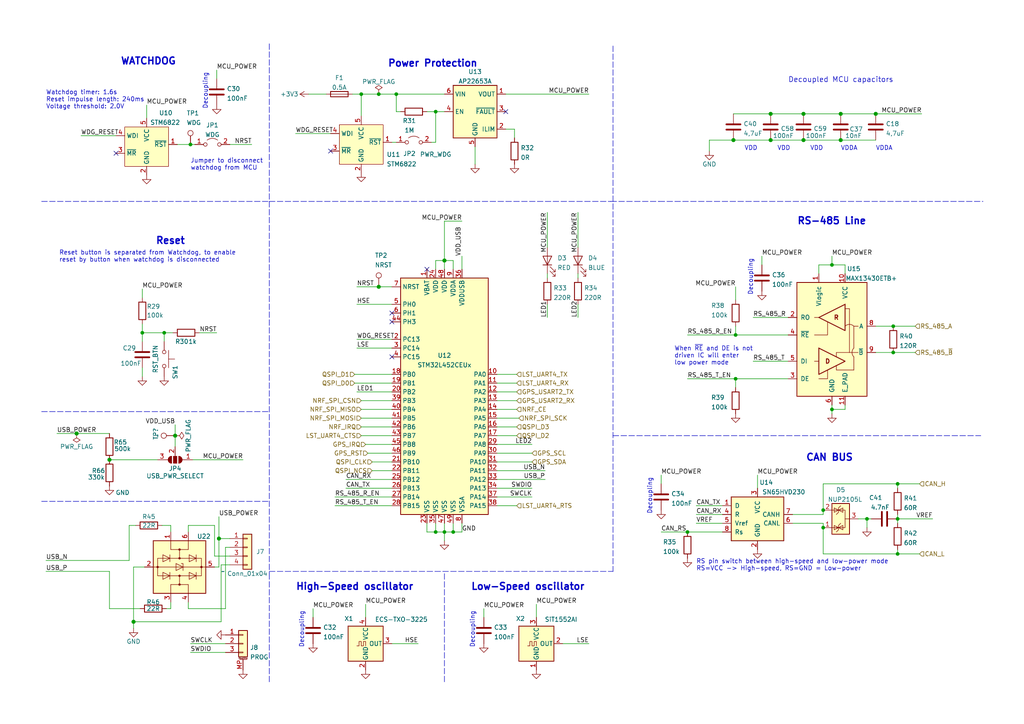
<source format=kicad_sch>
(kicad_sch (version 20211123) (generator eeschema)
  (paper "A4")
  (lib_symbols
    (symbol "Connector:TestPoint" (pin_numbers hide) (pin_names (offset 0.762) hide)
      (property "Reference" "TP" (at 0 6.858 0))
      (property "Value" "TestPoint" (at 0 5.08 0))
      (symbol "TestPoint_1_1"
        (pin passive line (at 0 0 90) (length 2.54) (name "1") (number "1"))
      )
    )
    (symbol "Connector_Generic:Conn_01x04" (pin_names (offset 1.016) hide)
      (property "Reference" "J" (at 0 5.08 0))
      (property "Value" "Conn_01x04" (at 0 -7.62 0))
      (symbol "Conn_01x04_1_1"
        (pin passive line (at -5.08 2.54 0) (length 3.81) (name "Pin_1") (number "1"))
        (pin passive line (at -5.08 0 0) (length 3.81) (name "Pin_2") (number "2"))
        (pin passive line (at -5.08 -2.54 0) (length 3.81) (name "Pin_3") (number "3"))
        (pin passive line (at -5.08 -5.08 0) (length 3.81) (name "Pin_4") (number "4"))
      )
    )
    (symbol "Connector_Generic_MountingPin:Conn_01x03_MountingPin" (pin_names (offset 1.016) hide)
      (property "Reference" "J" (at 0 5.08 0))
      (property "Value" "Conn_01x03_MountingPin" (at 1.27 -5.08 0))
      (symbol "Conn_01x03_MountingPin_1_1"
        (text "Mounting" (at 0 -4.191 0) (effects (font (size 0.381 0.381))))
        (pin passive line (at -5.08 2.54 0) (length 3.81) (name "Pin_1") (number "1"))
        (pin passive line (at -5.08 0 0) (length 3.81) (name "Pin_2") (number "2"))
        (pin passive line (at -5.08 -2.54 0) (length 3.81) (name "Pin_3") (number "3"))
        (pin passive line (at 0 -7.62 90) (length 3.048) (name "MountPin") (number "MP"))
      )
    )
    (symbol "Device:C" (pin_numbers hide) (pin_names (offset 0.254))
      (property "Reference" "C" (at 0.635 2.54 0))
      (property "Value" "C" (at 0.635 -2.54 0))
      (symbol "C_1_1"
        (pin passive line (at 0 3.81 270) (length 2.794) (name "~") (number "1"))
        (pin passive line (at 0 -3.81 90) (length 2.794) (name "~") (number "2"))
      )
    )
    (symbol "Device:Fuse" (pin_numbers hide) (pin_names (offset 0))
      (property "Reference" "F" (at 2.032 0 90))
      (property "Value" "Fuse" (at -1.905 0 90))
      (symbol "Fuse_1_1"
        (pin passive line (at 0 3.81 270) (length 1.27) (name "~") (number "1"))
        (pin passive line (at 0 -3.81 90) (length 1.27) (name "~") (number "2"))
      )
    )
    (symbol "Device:LED" (pin_numbers hide) (pin_names (offset 1.016) hide)
      (property "Reference" "D" (at 0 2.54 0))
      (property "Value" "LED" (at 0 -2.54 0))
      (symbol "LED_1_1"
        (pin passive line (at -3.81 0 0) (length 2.54) (name "K") (number "1"))
        (pin passive line (at 3.81 0 180) (length 2.54) (name "A") (number "2"))
      )
    )
    (symbol "Device:R" (pin_numbers hide) (pin_names (offset 0))
      (property "Reference" "R" (at 2.032 0 90))
      (property "Value" "R" (at 0 0 90))
      (symbol "R_1_1"
        (pin passive line (at 0 3.81 270) (length 1.27) (name "~") (number "1"))
        (pin passive line (at 0 -3.81 90) (length 1.27) (name "~") (number "2"))
      )
    )
    (symbol "Interface_CAN_LIN:SN65HVD230" (pin_names (offset 1.016))
      (property "Reference" "U" (at -2.54 10.16 0))
      (property "Value" "SN65HVD230" (at -2.54 7.62 0))
      (symbol "SN65HVD230_1_1"
        (pin input line (at -10.16 2.54 0) (length 2.54) (name "D") (number "1"))
        (pin power_in line (at 0 -10.16 90) (length 2.54) (name "GND") (number "2"))
        (pin power_in line (at 0 7.62 270) (length 2.54) (name "VCC") (number "3"))
        (pin output line (at -10.16 0 0) (length 2.54) (name "R") (number "4"))
        (pin output line (at -10.16 -2.54 0) (length 2.54) (name "Vref") (number "5"))
        (pin bidirectional line (at 10.16 -2.54 180) (length 2.54) (name "CANL") (number "6"))
        (pin bidirectional line (at 10.16 0 180) (length 2.54) (name "CANH") (number "7"))
        (pin input line (at -10.16 -5.08 0) (length 2.54) (name "Rs") (number "8"))
      )
    )
    (symbol "Jumper:Jumper_2_Open" (pin_names (offset 0) hide)
      (property "Reference" "JP" (at 0 2.794 0))
      (property "Value" "Jumper_2_Open" (at 0 -2.286 0))
      (symbol "Jumper_2_Open_1_1"
        (pin passive line (at -5.08 0 0) (length 2.54) (name "A") (number "1"))
        (pin passive line (at 5.08 0 180) (length 2.54) (name "B") (number "2"))
      )
    )
    (symbol "Jumper:SolderJumper_3_Open" (pin_names (offset 0) hide)
      (property "Reference" "JP" (at -2.54 -2.54 0))
      (property "Value" "SolderJumper_3_Open" (at 0 2.794 0))
      (symbol "SolderJumper_3_Open_1_1"
        (pin passive line (at -5.08 0 0) (length 2.54) (name "A") (number "1"))
        (pin input line (at 0 -3.81 90) (length 2.54) (name "C") (number "2"))
        (pin passive line (at 5.08 0 180) (length 2.54) (name "B") (number "3"))
      )
    )
    (symbol "MCU_ST_STM32L4:STM32L452CEUx"
      (property "Reference" "U" (at -12.7 34.29 0))
      (property "Value" "STM32L452CEUx" (at 7.62 34.29 0))
      (symbol "STM32L452CEUx_1_1"
        (pin power_in line (at -5.08 35.56 270) (length 2.54) (name "VBAT") (number "1"))
        (pin bidirectional line (at 15.24 5.08 180) (length 2.54) (name "PA0") (number "10"))
        (pin bidirectional line (at 15.24 2.54 180) (length 2.54) (name "PA1") (number "11"))
        (pin bidirectional line (at 15.24 0 180) (length 2.54) (name "PA2") (number "12"))
        (pin bidirectional line (at 15.24 -2.54 180) (length 2.54) (name "PA3") (number "13"))
        (pin bidirectional line (at 15.24 -5.08 180) (length 2.54) (name "PA4") (number "14"))
        (pin bidirectional line (at 15.24 -7.62 180) (length 2.54) (name "PA5") (number "15"))
        (pin bidirectional line (at 15.24 -10.16 180) (length 2.54) (name "PA6") (number "16"))
        (pin bidirectional line (at 15.24 -12.7 180) (length 2.54) (name "PA7") (number "17"))
        (pin bidirectional line (at -15.24 5.08 0) (length 2.54) (name "PB0") (number "18"))
        (pin bidirectional line (at -15.24 2.54 0) (length 2.54) (name "PB1") (number "19"))
        (pin bidirectional line (at -15.24 15.24 0) (length 2.54) (name "PC13") (number "2"))
        (pin bidirectional line (at -15.24 0 0) (length 2.54) (name "PB2") (number "20"))
        (pin bidirectional line (at -15.24 -20.32 0) (length 2.54) (name "PB10") (number "21"))
        (pin bidirectional line (at -15.24 -22.86 0) (length 2.54) (name "PB11") (number "22"))
        (pin power_in line (at -5.08 -38.1 90) (length 2.54) (name "VSS") (number "23"))
        (pin power_in line (at -2.54 35.56 270) (length 2.54) (name "VDD") (number "24"))
        (pin bidirectional line (at -15.24 -25.4 0) (length 2.54) (name "PB12") (number "25"))
        (pin bidirectional line (at -15.24 -27.94 0) (length 2.54) (name "PB13") (number "26"))
        (pin bidirectional line (at -15.24 -30.48 0) (length 2.54) (name "PB14") (number "27"))
        (pin bidirectional line (at -15.24 -33.02 0) (length 2.54) (name "PB15") (number "28"))
        (pin bidirectional line (at 15.24 -15.24 180) (length 2.54) (name "PA8") (number "29"))
        (pin bidirectional line (at -15.24 12.7 0) (length 2.54) (name "PC14") (number "3"))
        (pin bidirectional line (at 15.24 -17.78 180) (length 2.54) (name "PA9") (number "30"))
        (pin bidirectional line (at 15.24 -20.32 180) (length 2.54) (name "PA10") (number "31"))
        (pin bidirectional line (at 15.24 -22.86 180) (length 2.54) (name "PA11") (number "32"))
        (pin bidirectional line (at 15.24 -25.4 180) (length 2.54) (name "PA12") (number "33"))
        (pin bidirectional line (at 15.24 -27.94 180) (length 2.54) (name "PA13") (number "34"))
        (pin power_in line (at -2.54 -38.1 90) (length 2.54) (name "VSS") (number "35"))
        (pin power_in line (at 5.08 35.56 270) (length 2.54) (name "VDDUSB") (number "36"))
        (pin bidirectional line (at 15.24 -30.48 180) (length 2.54) (name "PA14") (number "37"))
        (pin bidirectional line (at 15.24 -33.02 180) (length 2.54) (name "PA15") (number "38"))
        (pin bidirectional line (at -15.24 -2.54 0) (length 2.54) (name "PB3") (number "39"))
        (pin bidirectional line (at -15.24 10.16 0) (length 2.54) (name "PC15") (number "4"))
        (pin bidirectional line (at -15.24 -5.08 0) (length 2.54) (name "PB4") (number "40"))
        (pin bidirectional line (at -15.24 -7.62 0) (length 2.54) (name "PB5") (number "41"))
        (pin bidirectional line (at -15.24 -10.16 0) (length 2.54) (name "PB6") (number "42"))
        (pin bidirectional line (at -15.24 -12.7 0) (length 2.54) (name "PB7") (number "43"))
        (pin bidirectional line (at -15.24 20.32 0) (length 2.54) (name "PH3") (number "44"))
        (pin bidirectional line (at -15.24 -15.24 0) (length 2.54) (name "PB8") (number "45"))
        (pin bidirectional line (at -15.24 -17.78 0) (length 2.54) (name "PB9") (number "46"))
        (pin power_in line (at 0 -38.1 90) (length 2.54) (name "VSS") (number "47"))
        (pin power_in line (at 0 35.56 270) (length 2.54) (name "VDD") (number "48"))
        (pin power_in line (at 2.54 -38.1 90) (length 2.54) (name "VSS") (number "49"))
        (pin input line (at -15.24 25.4 0) (length 2.54) (name "PH0") (number "5"))
        (pin input line (at -15.24 22.86 0) (length 2.54) (name "PH1") (number "6"))
        (pin input line (at -15.24 30.48 0) (length 2.54) (name "NRST") (number "7"))
        (pin power_in line (at 5.08 -38.1 90) (length 2.54) (name "VSSA") (number "8"))
        (pin power_in line (at 2.54 35.56 270) (length 2.54) (name "VDDA") (number "9"))
      )
    )
    (symbol "Power_Protection:NUP2105L" (pin_names hide)
      (property "Reference" "D" (at 5.715 2.54 0))
      (property "Value" "NUP2105L" (at 5.715 0.635 0))
      (symbol "NUP2105L_0_0"
        (pin passive line (at 0 -5.08 90) (length 2.54) (name "A") (number "3"))
      )
      (symbol "NUP2105L_1_1"
        (pin passive line (at -2.54 5.08 270) (length 2.54) (name "K") (number "1"))
        (pin passive line (at 2.54 5.08 270) (length 2.54) (name "K") (number "2"))
      )
    )
    (symbol "Power_Protection:USBLC6-2P6" (pin_names hide)
      (property "Reference" "U" (at 2.54 8.89 0))
      (property "Value" "USBLC6-2P6" (at 2.54 -8.89 0))
      (symbol "USBLC6-2P6_1_1"
        (pin passive line (at -10.16 -2.54 0) (length 2.54) (name "I/O1") (number "1"))
        (pin passive line (at 0 -10.16 90) (length 2.54) (name "GND") (number "2"))
        (pin passive line (at 10.16 -2.54 180) (length 2.54) (name "I/O2") (number "3"))
        (pin passive line (at 10.16 2.54 180) (length 2.54) (name "I/O2") (number "4"))
        (pin passive line (at 0 10.16 270) (length 2.54) (name "VBUS") (number "5"))
        (pin passive line (at -10.16 2.54 0) (length 2.54) (name "I/O1") (number "6"))
      )
    )
    (symbol "Switch:SW_Push" (pin_numbers hide) (pin_names (offset 1.016) hide)
      (property "Reference" "SW" (at 1.27 2.54 0))
      (property "Value" "SW_Push" (at 0 -1.524 0))
      (symbol "SW_Push_0_1"
        (pin passive line (at -5.08 0 0) (length 2.54) (name "1") (number "1"))
        (pin passive line (at 5.08 0 180) (length 2.54) (name "2") (number "2"))
      )
    )
    (symbol "TCY_IC:MAX13430ETB+" (pin_names (offset 1.016))
      (property "Reference" "U" (at -10.16 19.05 0))
      (property "Value" "MAX13430ETB+" (at 5.08 19.05 0))
      (symbol "MAX13430ETB+_0_0"
        (text "D" (at -1.27 -5.08 0) (effects (font (size 1.27 1.27) bold)))
        (text "R" (at 1.27 7.62 0) (effects (font (size 1.27 1.27) bold)))
      )
      (symbol "MAX13430ETB+_1_1"
        (pin power_in line (at -3.81 20.32 270) (length 2.54) (name "Vlogic") (number "1"))
        (pin power_in line (at 3.81 20.32 270) (length 2.54) (name "VCC") (number "10"))
        (pin power_in line (at 3.81 -17.78 90) (length 2.54) (name "E_PAD") (number "11"))
        (pin output line (at -12.7 7.62 0) (length 2.54) (name "RO") (number "2"))
        (pin input line (at -12.7 -10.16 0) (length 2.54) (name "DE") (number "3"))
        (pin input line (at -12.7 2.54 0) (length 2.54) (name "~{RE}") (number "4"))
        (pin input line (at -12.7 -5.08 0) (length 2.54) (name "DI") (number "5"))
        (pin power_in line (at 0 -17.78 90) (length 2.54) (name "GND") (number "6"))
        (pin no_connect line (at 10.16 1.27 180) (length 2.54) hide (name "NC") (number "7"))
        (pin input line (at 12.7 5.08 180) (length 2.54) (name "A") (number "8"))
        (pin input line (at 12.7 -2.54 180) (length 2.54) (name "~{B}") (number "9"))
      )
    )
    (symbol "TCY_IC:STM6822"
      (property "Reference" "U" (at 6.35 13.97 0))
      (property "Value" "STM6822" (at 6.35 16.51 0))
      (symbol "STM6822_1_1"
        (pin open_collector line (at 8.89 6.35 180) (length 2.54) (name "~{RST}") (number "1"))
        (pin passive line (at 0 -2.54 90) (length 2.54) (name "GND") (number "2"))
        (pin input line (at -8.89 3.81 0) (length 2.54) (name "~{MR}") (number "3"))
        (pin input line (at -8.89 8.89 0) (length 2.54) (name "WDI") (number "4"))
        (pin power_in line (at 0 13.97 270) (length 2.54) (name "VCC") (number "5"))
      )
    )
    (symbol "TCY_ocillators:ECS-TXO-3225" (pin_names (offset 0.254))
      (property "Reference" "X" (at -6.35 6.35 0))
      (property "Value" "ECS-TXO-3225" (at 1.27 6.35 0))
      (symbol "ECS-TXO-3225_1_1"
        (pin no_connect line (at -7.62 0 0) (length 2.54) hide (name "NC") (number "1"))
        (pin power_in line (at 0 -7.62 90) (length 2.54) (name "GND") (number "2"))
        (pin output line (at 7.62 0 180) (length 2.54) (name "OUT") (number "3"))
        (pin power_in line (at 0 7.62 270) (length 2.54) (name "VCC") (number "4"))
      )
    )
    (symbol "TCY_ocillators:SiT1552AI" (pin_names (offset 0.254))
      (property "Reference" "X" (at -6.35 6.35 0))
      (property "Value" "SiT1552AI" (at 1.27 6.35 0))
      (symbol "SiT1552AI_1_1"
        (pin power_in line (at 0 -7.62 90) (length 2.54) (name "GND") (number "1"))
        (pin output line (at 7.62 0 180) (length 2.54) (name "OUT") (number "2"))
        (pin power_in line (at 0 7.62 270) (length 2.54) (name "VCC") (number "3"))
        (pin power_in line (at 0 -7.62 90) (length 2.54) hide (name "GND") (number "4"))
      )
    )
    (symbol "TCY_power_management:AP22653"
      (property "Reference" "U" (at 8.89 7.62 0))
      (property "Value" "AP22653" (at 0 7.62 0))
      (symbol "AP22653_1_1"
        (pin power_out line (at 8.89 2.54 180) (length 2.54) (name "VOUT") (number "1"))
        (pin passive line (at 8.89 -7.62 180) (length 2.54) (name "ILIM") (number "2"))
        (pin output line (at 8.89 -2.54 180) (length 2.54) (name "~{FAULT}") (number "3"))
        (pin input line (at -8.89 -2.54 0) (length 2.54) (name "EN") (number "4"))
        (pin passive line (at 0 -12.7 90) (length 2.54) (name "GND") (number "5"))
        (pin power_in line (at -8.89 2.54 0) (length 2.54) (name "VIN") (number "6"))
        (pin passive line (at 0 -12.7 90) (length 2.54) hide (name "E_PAD") (number "7"))
      )
    )
    (symbol "power:+3V3" (power) (pin_names (offset 0))
      (property "Value" "+3V3" (at 0 3.556 0))
      (symbol "+3V3_1_1"
        (pin power_in line (at 0 0 90) (length 0) hide (name "+3V3") (number "1"))
      )
    )
    (symbol "power:GND" (power) (pin_names (offset 0))
      (property "Value" "GND" (at 0 -3.81 0))
      (symbol "GND_1_1"
        (pin power_in line (at 0 0 270) (length 0) hide (name "GND") (number "1"))
      )
    )
    (symbol "power:PWR_FLAG" (power) (pin_numbers hide) (pin_names (offset 0) hide)
      (property "Value" "PWR_FLAG" (at 0 3.81 0))
      (symbol "PWR_FLAG_0_0"
        (pin power_out line (at 0 0 90) (length 0) (name "pwr") (number "1"))
      )
    )
  )
  (junction (at 241.3 118.745) (diameter 0.9144))
  (junction (at 254 33.02) (diameter 1.016))
  (junction (at 38.735 180.34) (diameter 1.016))
  (junction (at 241.3 76.835) (diameter 0.9144))
  (junction (at 22.225 125.73) (diameter 1.016))
  (junction (at 260.35 150.495) (diameter 0.9144))
  (junction (at 251.46 150.495) (diameter 0.9144))
  (junction (at 238.76 153.035) (diameter 0.9144))
  (junction (at 223.52 33.02) (diameter 1.016))
  (junction (at 128.905 154.305) (diameter 0.9144))
  (junction (at 47.625 96.52) (diameter 0.9144))
  (junction (at 126.365 32.385) (diameter 0.9144))
  (junction (at 109.855 27.305) (diameter 0.9144))
  (junction (at 212.725 40.64) (diameter 1.016))
  (junction (at 126.365 154.305) (diameter 0.9144))
  (junction (at 104.775 27.305) (diameter 0.9144))
  (junction (at 260.35 160.655) (diameter 0.9144))
  (junction (at 50.8 126.365) (diameter 1.016))
  (junction (at 63.5 156.21) (diameter 1.016))
  (junction (at 243.84 33.02) (diameter 1.016))
  (junction (at 259.08 94.615) (diameter 0.9144))
  (junction (at 233.045 40.64) (diameter 1.016))
  (junction (at 233.045 33.02) (diameter 1.016))
  (junction (at 213.36 97.155) (diameter 0.9144))
  (junction (at 114.935 27.305) (diameter 0.9144))
  (junction (at 223.52 40.64) (diameter 1.016))
  (junction (at 238.76 147.955) (diameter 0.9144))
  (junction (at 31.75 133.35) (diameter 1.016))
  (junction (at 131.445 154.305) (diameter 0.9144))
  (junction (at 109.855 83.185) (diameter 1.016))
  (junction (at 260.35 140.335) (diameter 0.9144))
  (junction (at 259.08 102.235) (diameter 0.9144))
  (junction (at 55.245 41.91) (diameter 0.9144))
  (junction (at 199.39 154.305) (diameter 0.9144))
  (junction (at 243.84 40.64) (diameter 1.016))
  (junction (at 128.905 75.565) (diameter 1.016))
  (junction (at 213.36 109.855) (diameter 0.9144))
  (junction (at 41.275 96.52) (diameter 0.9144))
  (no_connect (at 95.885 43.815))
  (no_connect (at 146.685 32.385))
  (no_connect (at 33.655 44.45))
  (no_connect (at 113.665 103.505))
  (no_connect (at 113.665 90.805))
  (no_connect (at 113.665 93.345))
  (no_connect (at 123.825 78.105))
  (wire (pts (xy 144.145 128.905) (xy 154.305 128.905)))
  (wire (pts (xy 213.36 94.615) (xy 213.36 97.155)))
  (wire (pts (xy 47.625 96.52) (xy 50.165 96.52)))
  (wire (pts (xy 89.535 27.305) (xy 94.615 27.305)))
  (wire (pts (xy 102.87 111.125) (xy 113.665 111.125)))
  (wire (pts (xy 241.3 76.835) (xy 241.3 74.295)))
  (wire (pts (xy 260.35 140.335) (xy 238.76 140.335)))
  (polyline (pts (xy 78.105 58.42) (xy 177.165 58.42)) (stroke (width 0) (type dash)))
  (wire (pts (xy 50.8 123.19) (xy 50.8 126.365)))
  (wire (pts (xy 50.8 126.365) (xy 50.8 129.54)))
  (wire (pts (xy 103.505 88.265) (xy 113.665 88.265)))
  (wire (pts (xy 259.08 94.615) (xy 265.43 94.615)))
  (wire (pts (xy 123.825 154.305) (xy 123.825 151.765)))
  (wire (pts (xy 229.87 149.225) (xy 238.76 149.225)))
  (polyline (pts (xy 177.8 126.365) (xy 284.48 126.365)) (stroke (width 0) (type dash)))
  (polyline (pts (xy 78.105 166.37) (xy 78.105 198.12)) (stroke (width 0) (type dash)))
  (wire (pts (xy 13.335 165.735) (xy 31.75 165.735)))
  (wire (pts (xy 31.75 165.735) (xy 31.75 176.53)))
  (wire (pts (xy 260.35 159.385) (xy 260.35 160.655)))
  (wire (pts (xy 241.3 117.475) (xy 241.3 118.745)))
  (wire (pts (xy 104.775 118.745) (xy 113.665 118.745)))
  (wire (pts (xy 167.64 88.265) (xy 167.64 92.075)))
  (wire (pts (xy 104.775 116.205) (xy 113.665 116.205)))
  (wire (pts (xy 238.76 149.225) (xy 238.76 147.955)))
  (polyline (pts (xy 12.065 119.38) (xy 78.105 119.38)) (stroke (width 0) (type dash)))
  (wire (pts (xy 42.545 30.48) (xy 42.545 34.29)))
  (wire (pts (xy 201.93 151.765) (xy 209.55 151.765)))
  (wire (pts (xy 113.665 41.275) (xy 114.935 41.275)))
  (wire (pts (xy 144.145 113.665) (xy 149.86 113.665)))
  (wire (pts (xy 31.75 176.53) (xy 40.64 176.53)))
  (polyline (pts (xy 78.105 12.7) (xy 78.105 166.37)) (stroke (width 0) (type dash)))
  (wire (pts (xy 146.685 27.305) (xy 170.815 27.305)))
  (wire (pts (xy 199.39 154.305) (xy 209.55 154.305)))
  (wire (pts (xy 266.7 160.655) (xy 260.35 160.655)))
  (wire (pts (xy 213.36 109.855) (xy 228.6 109.855)))
  (wire (pts (xy 223.52 33.02) (xy 233.045 33.02)))
  (wire (pts (xy 233.045 33.02) (xy 243.84 33.02)))
  (wire (pts (xy 49.53 154.305) (xy 49.53 152.4)))
  (polyline (pts (xy 78.105 165.735) (xy 177.8 165.735)) (stroke (width 0) (type dash)))
  (wire (pts (xy 113.665 113.665) (xy 103.505 113.665)))
  (wire (pts (xy 114.935 27.305) (xy 114.935 32.385)))
  (wire (pts (xy 213.36 97.155) (xy 228.6 97.155)))
  (wire (pts (xy 213.36 83.185) (xy 213.36 86.995)))
  (wire (pts (xy 167.64 79.375) (xy 167.64 80.645)))
  (wire (pts (xy 137.795 42.545) (xy 137.795 47.625)))
  (wire (pts (xy 126.365 32.385) (xy 128.905 32.385)))
  (wire (pts (xy 245.11 76.835) (xy 241.3 76.835)))
  (wire (pts (xy 128.905 64.135) (xy 133.985 64.135)))
  (wire (pts (xy 66.675 41.91) (xy 73.025 41.91)))
  (wire (pts (xy 38.735 180.34) (xy 38.735 164.465)))
  (wire (pts (xy 254 33.02) (xy 267.335 33.02)))
  (wire (pts (xy 212.725 33.02) (xy 223.52 33.02)))
  (wire (pts (xy 163.195 186.69) (xy 170.815 186.69)))
  (polyline (pts (xy 12.065 145.415) (xy 78.105 145.415)) (stroke (width 0) (type dash)))
  (wire (pts (xy 104.775 121.285) (xy 113.665 121.285)))
  (wire (pts (xy 57.785 96.52) (xy 62.865 96.52)))
  (wire (pts (xy 126.365 75.565) (xy 128.905 75.565)))
  (wire (pts (xy 245.11 118.745) (xy 241.3 118.745)))
  (wire (pts (xy 218.44 92.075) (xy 228.6 92.075)))
  (wire (pts (xy 229.87 151.765) (xy 238.76 151.765)))
  (wire (pts (xy 41.275 106.68) (xy 41.275 109.22)))
  (wire (pts (xy 54.61 174.625) (xy 54.61 176.53)))
  (wire (pts (xy 54.61 176.53) (xy 65.405 176.53)))
  (polyline (pts (xy 191.135 58.42) (xy 285.115 58.42)) (stroke (width 0) (type dash)))
  (wire (pts (xy 102.235 27.305) (xy 104.775 27.305)))
  (wire (pts (xy 109.855 83.185) (xy 113.665 83.185)))
  (wire (pts (xy 167.64 61.595) (xy 167.64 71.755)))
  (wire (pts (xy 191.77 137.795) (xy 191.77 140.335)))
  (wire (pts (xy 260.35 150.495) (xy 270.51 150.495)))
  (wire (pts (xy 254 102.235) (xy 259.08 102.235)))
  (wire (pts (xy 144.145 111.125) (xy 149.86 111.125)))
  (wire (pts (xy 131.445 154.305) (xy 133.985 154.305)))
  (wire (pts (xy 65.405 186.69) (xy 55.245 186.69)))
  (polyline (pts (xy 177.165 58.42) (xy 191.135 58.42)) (stroke (width 0) (type dash)))
  (wire (pts (xy 47.625 96.52) (xy 47.625 99.06)))
  (wire (pts (xy 113.665 133.985) (xy 107.95 133.985)))
  (wire (pts (xy 259.08 102.235) (xy 265.43 102.235)))
  (wire (pts (xy 254 94.615) (xy 259.08 94.615)))
  (wire (pts (xy 90.805 176.53) (xy 90.805 179.07)))
  (wire (pts (xy 128.905 75.565) (xy 131.445 75.565)))
  (polyline (pts (xy 12.065 58.42) (xy 78.105 58.42)) (stroke (width 0) (type dash)))
  (wire (pts (xy 248.92 150.495) (xy 251.46 150.495)))
  (wire (pts (xy 144.145 139.065) (xy 158.115 139.065)))
  (wire (pts (xy 128.905 154.305) (xy 131.445 154.305)))
  (wire (pts (xy 233.045 40.64) (xy 243.84 40.64)))
  (wire (pts (xy 243.84 40.64) (xy 254 40.64)))
  (wire (pts (xy 201.93 149.225) (xy 209.55 149.225)))
  (wire (pts (xy 38.735 164.465) (xy 41.91 164.465)))
  (wire (pts (xy 106.045 175.26) (xy 106.045 179.07)))
  (wire (pts (xy 104.775 123.825) (xy 113.665 123.825)))
  (wire (pts (xy 199.39 109.855) (xy 213.36 109.855)))
  (wire (pts (xy 106.045 128.905) (xy 113.665 128.905)))
  (wire (pts (xy 219.71 137.795) (xy 219.71 141.605)))
  (wire (pts (xy 144.145 108.585) (xy 149.86 108.585)))
  (wire (pts (xy 41.275 93.98) (xy 41.275 96.52)))
  (wire (pts (xy 128.905 154.305) (xy 126.365 154.305)))
  (wire (pts (xy 251.46 150.495) (xy 252.73 150.495)))
  (wire (pts (xy 245.11 117.475) (xy 245.11 118.745)))
  (wire (pts (xy 104.775 27.305) (xy 109.855 27.305)))
  (polyline (pts (xy 177.8 13.335) (xy 177.8 165.735)) (stroke (width 0) (type dash)))
  (wire (pts (xy 85.725 38.735) (xy 95.885 38.735)))
  (wire (pts (xy 16.51 125.73) (xy 22.225 125.73)))
  (wire (pts (xy 22.225 125.73) (xy 31.75 125.73)))
  (wire (pts (xy 238.76 151.765) (xy 238.76 153.035)))
  (wire (pts (xy 155.575 175.26) (xy 155.575 179.07)))
  (wire (pts (xy 126.365 154.305) (xy 123.825 154.305)))
  (wire (pts (xy 13.335 162.56) (xy 37.465 162.56)))
  (wire (pts (xy 37.465 152.4) (xy 37.465 162.56)))
  (wire (pts (xy 39.37 152.4) (xy 37.465 152.4)))
  (wire (pts (xy 62.23 164.465) (xy 63.5 164.465)))
  (wire (pts (xy 63.5 149.86) (xy 63.5 156.21)))
  (wire (pts (xy 63.5 156.21) (xy 63.5 164.465)))
  (wire (pts (xy 205.74 40.64) (xy 212.725 40.64)))
  (wire (pts (xy 205.74 43.815) (xy 205.74 40.64)))
  (wire (pts (xy 212.725 40.64) (xy 223.52 40.64)))
  (wire (pts (xy 223.52 40.64) (xy 233.045 40.64)))
  (wire (pts (xy 128.905 151.765) (xy 128.905 154.305)))
  (wire (pts (xy 146.685 37.465) (xy 149.225 37.465)))
  (wire (pts (xy 65.405 158.75) (xy 65.405 176.53)))
  (wire (pts (xy 65.405 158.75) (xy 66.675 158.75)))
  (wire (pts (xy 97.155 144.145) (xy 113.665 144.145)))
  (wire (pts (xy 97.155 146.685) (xy 113.665 146.685)))
  (wire (pts (xy 133.985 154.305) (xy 133.985 151.765)))
  (wire (pts (xy 128.905 156.845) (xy 128.905 154.305)))
  (wire (pts (xy 243.84 33.02) (xy 254 33.02)))
  (wire (pts (xy 126.365 32.385) (xy 126.365 41.275)))
  (wire (pts (xy 133.985 74.295) (xy 133.985 78.105)))
  (wire (pts (xy 213.36 109.855) (xy 213.36 112.395)))
  (wire (pts (xy 106.68 131.445) (xy 113.665 131.445)))
  (wire (pts (xy 51.435 41.91) (xy 55.245 41.91)))
  (wire (pts (xy 144.145 141.605) (xy 154.305 141.605)))
  (wire (pts (xy 102.87 108.585) (xy 113.665 108.585)))
  (polyline (pts (xy 128.905 166.37) (xy 128.905 198.12)) (stroke (width 0) (type dash)))
  (wire (pts (xy 41.275 96.52) (xy 47.625 96.52)))
  (wire (pts (xy 260.35 160.655) (xy 238.76 160.655)))
  (wire (pts (xy 113.665 186.69) (xy 121.285 186.69)))
  (wire (pts (xy 114.935 27.305) (xy 128.905 27.305)))
  (wire (pts (xy 62.865 20.32) (xy 62.865 22.86)))
  (wire (pts (xy 113.665 136.525) (xy 107.95 136.525)))
  (wire (pts (xy 126.365 151.765) (xy 126.365 154.305)))
  (wire (pts (xy 238.76 140.335) (xy 238.76 147.955)))
  (wire (pts (xy 64.135 163.83) (xy 66.675 163.83)))
  (wire (pts (xy 144.145 131.445) (xy 154.305 131.445)))
  (wire (pts (xy 128.905 64.135) (xy 128.905 75.565)))
  (wire (pts (xy 128.905 75.565) (xy 128.905 78.105)))
  (wire (pts (xy 123.825 32.385) (xy 126.365 32.385)))
  (wire (pts (xy 260.35 151.765) (xy 260.35 150.495)))
  (wire (pts (xy 191.77 154.305) (xy 199.39 154.305)))
  (wire (pts (xy 237.49 79.375) (xy 237.49 76.835)))
  (wire (pts (xy 46.99 152.4) (xy 49.53 152.4)))
  (wire (pts (xy 104.775 33.655) (xy 104.775 27.305)))
  (wire (pts (xy 144.145 146.685) (xy 149.86 146.685)))
  (wire (pts (xy 38.735 180.34) (xy 64.135 180.34)))
  (wire (pts (xy 38.735 182.245) (xy 38.735 180.34)))
  (wire (pts (xy 126.365 78.105) (xy 126.365 75.565)))
  (wire (pts (xy 103.505 100.965) (xy 113.665 100.965)))
  (wire (pts (xy 241.3 118.745) (xy 241.3 120.015)))
  (wire (pts (xy 64.135 163.83) (xy 64.135 180.34)))
  (wire (pts (xy 266.7 140.335) (xy 260.35 140.335)))
  (wire (pts (xy 41.275 96.52) (xy 41.275 99.06)))
  (wire (pts (xy 218.44 104.775) (xy 228.6 104.775)))
  (wire (pts (xy 23.495 39.37) (xy 33.655 39.37)))
  (wire (pts (xy 158.75 79.375) (xy 158.75 80.645)))
  (wire (pts (xy 238.76 153.035) (xy 238.76 160.655)))
  (wire (pts (xy 251.46 150.495) (xy 251.46 153.035)))
  (wire (pts (xy 260.35 149.225) (xy 260.35 150.495)))
  (wire (pts (xy 63.5 156.21) (xy 66.675 156.21)))
  (wire (pts (xy 245.11 79.375) (xy 245.11 76.835)))
  (wire (pts (xy 48.26 176.53) (xy 49.53 176.53)))
  (wire (pts (xy 49.53 174.625) (xy 49.53 176.53)))
  (wire (pts (xy 100.33 139.065) (xy 113.665 139.065)))
  (wire (pts (xy 31.75 133.35) (xy 45.72 133.35)))
  (wire (pts (xy 131.445 151.765) (xy 131.445 154.305)))
  (wire (pts (xy 144.145 123.825) (xy 149.86 123.825)))
  (wire (pts (xy 109.855 27.305) (xy 114.935 27.305)))
  (wire (pts (xy 140.335 176.53) (xy 140.335 179.07)))
  (wire (pts (xy 54.61 152.4) (xy 54.61 154.305)))
  (wire (pts (xy 62.23 152.4) (xy 54.61 152.4)))
  (wire (pts (xy 62.23 161.29) (xy 62.23 152.4)))
  (wire (pts (xy 66.675 161.29) (xy 62.23 161.29)))
  (wire (pts (xy 220.98 74.295) (xy 220.98 76.835)))
  (wire (pts (xy 149.225 37.465) (xy 149.225 40.005)))
  (wire (pts (xy 144.145 126.365) (xy 149.86 126.365)))
  (wire (pts (xy 131.445 78.105) (xy 131.445 75.565)))
  (wire (pts (xy 100.33 141.605) (xy 113.665 141.605)))
  (wire (pts (xy 144.145 133.985) (xy 154.305 133.985)))
  (wire (pts (xy 103.505 83.185) (xy 109.855 83.185)))
  (wire (pts (xy 103.505 98.425) (xy 113.665 98.425)))
  (wire (pts (xy 41.275 83.82) (xy 41.275 86.36)))
  (wire (pts (xy 55.88 133.35) (xy 70.485 133.35)))
  (wire (pts (xy 125.095 41.275) (xy 126.365 41.275)))
  (wire (pts (xy 65.405 189.23) (xy 55.245 189.23)))
  (wire (pts (xy 55.245 41.91) (xy 56.515 41.91)))
  (wire (pts (xy 158.75 61.595) (xy 158.75 71.755)))
  (wire (pts (xy 260.35 140.335) (xy 260.35 141.605)))
  (wire (pts (xy 158.75 88.265) (xy 158.75 92.075)))
  (wire (pts (xy 116.205 32.385) (xy 114.935 32.385)))
  (wire (pts (xy 237.49 76.835) (xy 241.3 76.835)))
  (wire (pts (xy 199.39 97.155) (xy 213.36 97.155)))
  (wire (pts (xy 144.145 136.525) (xy 158.115 136.525)))
  (wire (pts (xy 201.93 146.685) (xy 209.55 146.685)))
  (wire (pts (xy 104.775 126.365) (xy 113.665 126.365)))
  (wire (pts (xy 144.145 116.205) (xy 149.86 116.205)))
  (wire (pts (xy 144.145 144.145) (xy 154.305 144.145)))
  (wire (pts (xy 144.145 121.285) (xy 150.495 121.285)))
  (wire (pts (xy 144.145 118.745) (xy 149.86 118.745)))
  (text "Watchdog timer: 1.6s\nReset impulse length: 240ms\nVoltage threshold: 2.0V" (at 13.335 31.75 0) (effects (font (size 1.27 1.27)) (justify left bottom)))
  (text "Jumper to disconnect\nwatchdog from MCU" (at 55.245 49.53 0) (effects (font (size 1.27 1.27)) (justify left bottom)))
  (text "VDDA\n" (at 254 43.815 0) (effects (font (size 1.27 1.27)) (justify left bottom)))
  (text "VDD" (at 215.9 43.815 0) (effects (font (size 1.27 1.27)) (justify left bottom)))
  (text "RS-485 Line" (at 231.14 65.405 0) (effects (font (size 2 2) (thickness 0.4) bold) (justify left bottom)))
  (text "Low-Speed oscillator" (at 136.525 171.45 0) (effects (font (size 2 2) (thickness 0.4) bold) (justify left bottom)))
  (text "Reset" (at 45.085 71.12 0) (effects (font (size 2 2) (thickness 0.4) bold) (justify left bottom)))
  (text "VDD" (at 234.95 43.815 0) (effects (font (size 1.27 1.27)) (justify left bottom)))
  (text "VDDA\n" (at 243.84 43.815 0) (effects (font (size 1.27 1.27)) (justify left bottom)))
  (text "Decoupling" (at 189.23 149.225 90) (effects (font (size 1.27 1.27)) (justify left bottom)))
  (text "Power Protection" (at 112.395 19.685 0) (effects (font (size 2 2) (thickness 0.4) bold) (justify left bottom)))
  (text "Decoupled MCU capacitors" (at 228.6 24.13 0) (effects (font (size 1.5 1.5)) (justify left bottom)))
  (text "High-Speed oscillator" (at 85.725 171.45 0) (effects (font (size 2 2) (thickness 0.4) bold) (justify left bottom)))
  (text "Decoupling" (at 88.265 187.96 90) (effects (font (size 1.27 1.27)) (justify left bottom)))
  (text "VDD" (at 225.425 43.815 0) (effects (font (size 1.27 1.27)) (justify left bottom)))
  (text "WATCHDOG" (at 34.925 19.05 0) (effects (font (size 2 2) (thickness 0.4) bold) (justify left bottom)))
  (text "Decoupling" (at 218.44 85.725 90) (effects (font (size 1.27 1.27)) (justify left bottom)))
  (text "CAN BUS" (at 233.68 133.985 0) (effects (font (size 2 2) (thickness 0.4) bold) (justify left bottom)))
  (text "When ~{RE} and DE is not\ndriven IC will enter\nlow power mode" (at 195.58 106.045 0) (effects (font (size 1.27 1.27)) (justify left bottom)))
  (text "\n\n" (at 224.155 46.355 0) (effects (font (size 1.27 1.27)) (justify left bottom)))
  (text "RS pin switch between high-speed and low-power mode\nRS=VCC -> High-speed, RS=GND = Low-power" (at 201.93 165.735 0) (effects (font (size 1.27 1.27)) (justify left bottom)))
  (text "Reset button is separated from Watchdog, to enable\nreset by button when watchdog is disconnected" (at 17.145 76.2 0) (effects (font (size 1.27 1.27)) (justify left bottom)))
  (text "Decoupling" (at 60.325 31.75 90) (effects (font (size 1.27 1.27)) (justify left bottom)))
  (text "Decoupling" (at 137.795 187.96 90) (effects (font (size 1.27 1.27)) (justify left bottom)))
  (text "\n\n" (at 266.065 45.085 0) (effects (font (size 1.27 1.27)) (justify left bottom)))
  (label "MCU_POWER" (at 106.045 175.26 0))
  (label "SWCLK" (at 55.245 186.69 0))
  (label "LED2" (at 154.305 128.905 180))
  (label "MCU_POWER" (at 42.545 30.48 0))
  (label "GND" (at 133.985 154.305 0))
  (label "CAN_RX" (at 100.33 139.065 0))
  (label "MCU_POWER" (at 90.805 176.53 0))
  (label "CAN_RX" (at 201.93 149.225 0))
  (label "WDG_RESET" (at 103.505 98.425 0))
  (label "CAN_TX" (at 100.33 141.605 0))
  (label "MCU_POWER" (at 170.815 27.305 180))
  (label "NRST" (at 62.865 96.52 180))
  (label "NRST" (at 103.505 83.185 0))
  (label "SWCLK" (at 154.305 144.145 180))
  (label "HSE" (at 121.285 186.69 180))
  (label "VREF" (at 201.93 151.765 0))
  (label "USB_P" (at 158.115 139.065 180))
  (label "VDD_USB" (at 50.8 123.19 180))
  (label "VREF" (at 270.51 150.495 180))
  (label "CAN_TX" (at 201.93 146.685 0))
  (label "USB_N" (at 13.335 162.56 0))
  (label "MCU_POWER" (at 62.865 20.32 0))
  (label "VDD_USB" (at 133.985 74.295 90))
  (label "MCU_POWER" (at 219.71 137.795 0))
  (label "NRST" (at 73.025 41.91 180))
  (label "LED2" (at 167.64 92.075 90))
  (label "WDG_RESET" (at 85.725 38.735 0))
  (label "LED1" (at 103.505 113.665 0))
  (label "RS_485_T" (at 218.44 104.775 0))
  (label "MCU_POWER" (at 191.77 137.795 0))
  (label "SWDIO" (at 154.305 141.605 180))
  (label "USB_POWER" (at 16.51 125.73 0))
  (label "LSE" (at 103.505 100.965 0))
  (label "HSE" (at 103.505 88.265 0))
  (label "MCU_POWER" (at 133.985 64.135 180))
  (label "WDG_RESET" (at 23.495 39.37 0))
  (label "MCU_POWER" (at 140.335 176.53 0))
  (label "RS_485_T_EN" (at 97.155 146.685 0))
  (label "RS_485_R_EN" (at 97.155 144.145 0))
  (label "LED1" (at 158.75 92.075 90))
  (label "MCU_POWER" (at 241.3 74.295 0))
  (label "MCU_POWER" (at 220.98 74.295 0))
  (label "MCU_POWER" (at 70.485 133.35 180))
  (label "MCU_POWER" (at 41.275 83.82 0))
  (label "RS_485_R" (at 218.44 92.075 0))
  (label "MCU_POWER" (at 267.335 33.02 180))
  (label "USB_P" (at 13.335 165.735 0))
  (label "RS_485_T_EN" (at 199.39 109.855 0))
  (label "RS_485_R_EN" (at 199.39 97.155 0))
  (label "USB_POWER" (at 63.5 149.86 0))
  (label "MCU_POWER" (at 158.75 61.595 270))
  (label "USB_N" (at 158.115 136.525 180))
  (label "MCU_POWER" (at 155.575 175.26 0))
  (label "MCU_POWER" (at 167.64 61.595 270))
  (label "MCU_POWER" (at 213.36 83.185 180))
  (label "LSE" (at 170.815 186.69 180))
  (label "CAN_RS" (at 191.77 154.305 0))
  (label "SWDIO" (at 55.245 189.23 0))
  (hierarchical_label "LST_UART4_RTS" (shape input) (at 149.86 146.685 0))
  (hierarchical_label "RS_485_~{B}" (shape input) (at 265.43 102.235 0))
  (hierarchical_label "NRF_SPI_MOSI" (shape input) (at 104.775 121.285 180))
  (hierarchical_label "GPS_IRQ" (shape input) (at 106.045 128.905 180))
  (hierarchical_label "GPS_USART2_RX" (shape input) (at 149.86 116.205 0))
  (hierarchical_label "GPS_SCL" (shape input) (at 154.305 131.445 0))
  (hierarchical_label "RS_485_A" (shape input) (at 265.43 94.615 0))
  (hierarchical_label "CAN_L" (shape input) (at 266.7 160.655 0))
  (hierarchical_label "QSPI_CLK" (shape input) (at 107.95 133.985 180))
  (hierarchical_label "GPS_SDA" (shape input) (at 154.305 133.985 0))
  (hierarchical_label "QSPI_NCS" (shape input) (at 107.95 136.525 180))
  (hierarchical_label "NRF_CE" (shape input) (at 149.86 118.745 0))
  (hierarchical_label "NRF_SPI_MISO" (shape input) (at 104.775 118.745 180))
  (hierarchical_label "CAN_H" (shape input) (at 266.7 140.335 0))
  (hierarchical_label "LST_UART4_RX" (shape input) (at 149.86 111.125 0))
  (hierarchical_label "LST_UART4_CTS" (shape input) (at 104.775 126.365 180))
  (hierarchical_label "LST_UART4_TX" (shape input) (at 149.86 108.585 0))
  (hierarchical_label "NRF_IRQ" (shape input) (at 104.775 123.825 180))
  (hierarchical_label "QSPI_D1" (shape input) (at 102.87 108.585 180))
  (hierarchical_label "QSPI_D2" (shape input) (at 149.86 126.365 0))
  (hierarchical_label "QSPI_D3" (shape input) (at 149.86 123.825 0))
  (hierarchical_label "NRF_SPI_CSN" (shape input) (at 104.775 116.205 180))
  (hierarchical_label "GPS_RST" (shape input) (at 106.68 131.445 180))
  (hierarchical_label "NRF_SPI_SCK" (shape input) (at 150.495 121.285 0))
  (hierarchical_label "QSPI_D0" (shape input) (at 102.87 111.125 180))
  (hierarchical_label "GPS_USART2_TX" (shape input) (at 149.86 113.665 0))
  (symbol (lib_id "TCY_IC:STM6822") (at 42.545 48.26 0) (unit 1)
    (property "Reference" "U10" (at 46.1011 32.7465 0) (effects (justify left)))
    (property "Value" "STM6822" (at 43.5611 35.5216 0) (effects (justify left)))
    (property "Footprint" "Package_TO_SOT_SMD:SOT-23-5" (effects hide))
    (property "Datasheet" "https://www.st.com/resource/en/datasheet/stm6321.pdf" (effects hide))
  )
  (symbol (lib_id "Device:C") (at 41.275 102.87 0) (unit 1)
    (property "Reference" "C29" (at 35.56 100.965 0) (effects (justify left)))
    (property "Value" "100nF" (at 34.925 105.41 0) (effects (justify left)))
    (property "Footprint" "Capacitor_SMD:C_0603_1608Metric" (effects hide))
  )
  (symbol (lib_id "power:GND") (at 42.545 50.8 0) (unit 1)
    (property "Reference" "#PWR0125" (effects hide))
    (property "Value" "GND" (effects hide))
  )
  (symbol (lib_id "power:+3V3") (at 89.535 27.305 90) (unit 1)
    (property "Reference" "#PWR0157" (effects hide))
    (property "Value" "+3V3" (at 81.28 27.3049 90) (effects (justify right)))
  )
  (symbol (lib_id "power:GND") (at 106.045 194.31 0) (unit 1)
    (property "Reference" "#PWR0135" (effects hide))
    (property "Value" "GND" (effects hide))
  )
  (symbol (lib_id "power:GND") (at 47.625 109.22 0) (unit 1)
    (property "Reference" "#PWR0128" (effects hide))
    (property "Value" "GND" (effects hide))
  )
  (symbol (lib_id "Device:R") (at 260.35 155.575 0) (unit 1)
    (property "Reference" "R42" (at 262.1281 154.6665 0) (effects (justify left)))
    (property "Value" "60R" (at 262.1281 157.4416 0) (effects (justify left)))
    (property "Footprint" "Resistor_SMD:R_0603_1608Metric" (effects hide))
  )
  (symbol (lib_id "Device:C") (at 140.335 182.88 0) (unit 1)
    (property "Reference" "C33" (at 143.2561 181.9715 0) (effects (justify left)))
    (property "Value" "100nF" (at 143.2561 184.7466 0) (effects (justify left)))
    (property "Footprint" "Capacitor_SMD:C_0603_1608Metric" (effects hide))
  )
  (symbol (lib_id "Connector:TestPoint") (at 109.855 83.185 0) (unit 1)
    (property "Reference" "TP2" (at 108.7121 74.085 0) (effects (justify left)))
    (property "Value" "NRST" (at 108.7121 76.8601 0) (effects (justify left)))
    (property "Footprint" "TCY_connectors:TestPoint_Pad_D0.5mm" (effects hide))
  )
  (symbol (lib_id "Jumper:SolderJumper_3_Open") (at 50.8 133.35 180) (unit 1)
    (property "Reference" "JP4" (at 50.8 135.89 0))
    (property "Value" "USB_PWR_SELECT" (at 50.8 138.049 0))
    (property "Footprint" "Jumper:SolderJumper-3_P1.3mm_Open_RoundedPad1.0x1.5mm" (effects hide))
  )
  (symbol (lib_id "power:GND") (at 41.275 109.22 0) (unit 1)
    (property "Reference" "#PWR0127" (effects hide))
    (property "Value" "GND" (effects hide))
  )
  (symbol (lib_id "Device:C") (at 243.84 36.83 0) (unit 1)
    (property "Reference" "C37" (at 246.38 37.4649 0) (effects (justify left)))
    (property "Value" "10nF" (at 245.11 39.3699 0) (effects (justify left)))
    (property "Footprint" "Capacitor_SMD:C_0603_1608Metric" (effects hide))
  )
  (symbol (lib_id "Device:C") (at 191.77 144.145 0) (unit 1)
    (property "Reference" "C34" (at 194.6911 143.2365 0) (effects (justify left)))
    (property "Value" "100nF" (at 194.6911 146.0116 0) (effects (justify left)))
    (property "Footprint" "Capacitor_SMD:C_0603_1608Metric" (effects hide))
  )
  (symbol (lib_id "Power_Protection:USBLC6-2P6") (at 52.07 164.465 270) (unit 1)
    (property "Reference" "U22" (at 57.15 155.5749 90) (effects (justify left)))
    (property "Value" "~" (at 64.135 165.7349 90) (effects (justify left)))
    (property "Footprint" "Package_TO_SOT_SMD:SOT-23-6" (effects hide))
    (property "Datasheet" "https://www.st.com/resource/en/datasheet/usblc6-2.pdf" (effects hide))
  )
  (symbol (lib_id "power:GND") (at 38.735 182.245 0) (unit 1)
    (property "Reference" "#PWR0141" (effects hide))
    (property "Value" "GND" (at 38.735 186.055 0))
  )
  (symbol (lib_id "Device:C") (at 220.98 80.645 0) (unit 1)
    (property "Reference" "C36" (at 223.9011 79.7365 0) (effects (justify left)))
    (property "Value" "100nF" (at 223.9011 82.5116 0) (effects (justify left)))
    (property "Footprint" "Capacitor_SMD:C_0603_1608Metric" (effects hide))
  )
  (symbol (lib_id "Device:Fuse") (at 98.425 27.305 90) (unit 1)
    (property "Reference" "F1" (at 98.425 22.5764 90))
    (property "Value" "0.5A" (at 98.425 25.3515 90))
    (property "Footprint" "Fuse:Fuse_0805_2012Metric" (effects hide))
  )
  (symbol (lib_id "Device:R") (at 44.45 176.53 90) (unit 1)
    (property "Reference" "R46" (at 44.45 174.625 90))
    (property "Value" "22R" (at 44.45 176.53 90))
    (property "Footprint" "Resistor_SMD:R_0603_1608Metric" (effects hide))
  )
  (symbol (lib_id "power:PWR_FLAG") (at 22.225 125.73 180) (unit 1)
    (property "Reference" "#FLG0103" (effects hide))
    (property "Value" "PWR_FLAG" (at 22.225 129.54 0))
  )
  (symbol (lib_id "power:GND") (at 251.46 153.035 0) (unit 1)
    (property "Reference" "#PWR0123" (effects hide))
    (property "Value" "GND" (effects hide))
  )
  (symbol (lib_id "Device:C") (at 62.865 26.67 0) (unit 1)
    (property "Reference" "C30" (at 65.7861 25.7615 0) (effects (justify left)))
    (property "Value" "100nF" (at 65.7861 28.5366 0) (effects (justify left)))
    (property "Footprint" "Capacitor_SMD:C_0603_1608Metric" (effects hide))
  )
  (symbol (lib_id "power:GND") (at 205.74 43.815 0) (unit 1)
    (property "Reference" "#PWR0116" (effects hide))
    (property "Value" "GND" (at 205.74 47.625 0))
  )
  (symbol (lib_id "Device:R") (at 260.35 145.415 0) (unit 1)
    (property "Reference" "R41" (at 262.1281 144.5065 0) (effects (justify left)))
    (property "Value" "60R" (at 262.1281 147.2816 0) (effects (justify left)))
    (property "Footprint" "Resistor_SMD:R_0603_1608Metric" (effects hide))
  )
  (symbol (lib_id "power:GND") (at 70.485 194.31 0) (unit 1)
    (property "Reference" "#PWR0131" (effects hide))
    (property "Value" "GND" (effects hide))
  )
  (symbol (lib_id "power:GND") (at 31.75 140.97 0) (unit 1)
    (property "Reference" "#PWR0134" (effects hide))
    (property "Value" "GND" (at 35.56 142.875 0))
  )
  (symbol (lib_id "Device:R") (at 31.75 129.54 0) (unit 1)
    (property "Reference" "R65" (at 34.925 128.27 0))
    (property "Value" "500k" (at 35.56 130.175 0))
    (property "Footprint" "Inductor_SMD:L_0603_1608Metric" (effects hide))
  )
  (symbol (lib_id "power:GND") (at 137.795 47.625 0) (unit 1)
    (property "Reference" "#PWR0139" (effects hide))
    (property "Value" "GND" (effects hide))
  )
  (symbol (lib_id "Connector_Generic_MountingPin:Conn_01x03_MountingPin") (at 70.485 186.69 0) (unit 1)
    (property "Reference" "J8" (at 72.5171 187.8135 0) (effects (justify left)))
    (property "Value" "PROG" (at 72.5171 190.5886 0) (effects (justify left)))
    (property "Footprint" "TCY_connectors:Amphenol_10114830-11103LF_1x03_P1.25mm_Horizontal" (effects hide))
  )
  (symbol (lib_id "Device:R") (at 213.36 90.805 0) (unit 1)
    (property "Reference" "R38" (at 206.2481 88.6265 0) (effects (justify left)))
    (property "Value" "100k" (at 206.2481 91.4016 0) (effects (justify left)))
    (property "Footprint" "Resistor_SMD:R_0603_1608Metric" (effects hide))
  )
  (symbol (lib_id "power:GND") (at 199.39 161.925 0) (unit 1)
    (property "Reference" "#PWR0119" (effects hide))
    (property "Value" "GND" (effects hide))
  )
  (symbol (lib_id "Device:C") (at 212.725 36.83 0) (unit 1)
    (property "Reference" "C40" (at 215.6461 35.9215 0) (effects (justify left)))
    (property "Value" "4,7uF" (at 215.6461 38.6966 0) (effects (justify left)))
    (property "Footprint" "Capacitor_SMD:C_0603_1608Metric" (effects hide))
  )
  (symbol (lib_id "power:GND") (at 62.865 30.48 0) (unit 1)
    (property "Reference" "#PWR0126" (effects hide))
    (property "Value" "GND" (effects hide))
  )
  (symbol (lib_id "power:GND") (at 213.36 120.015 0) (unit 1)
    (property "Reference" "#PWR0120" (effects hide))
    (property "Value" "GND" (effects hide))
  )
  (symbol (lib_id "Device:R") (at 259.08 98.425 0) (unit 1)
    (property "Reference" "R40" (at 260.8581 97.5165 0) (effects (justify left)))
    (property "Value" "120R" (at 260.8581 100.2916 0) (effects (justify left)))
    (property "Footprint" "Resistor_SMD:R_0603_1608Metric" (effects hide))
  )
  (symbol (lib_id "power:GND") (at 155.575 194.31 0) (unit 1)
    (property "Reference" "#PWR0129" (effects hide))
    (property "Value" "GND" (effects hide))
  )
  (symbol (lib_id "TCY_power_management:AP22653") (at 137.795 29.845 0) (unit 1)
    (property "Reference" "U13" (at 137.795 20.7984 0))
    (property "Value" "AP22653A" (at 137.795 23.5735 0))
    (property "Footprint" "Package_DFN_QFN:DFN-6-1EP_2x2mm_P0.65mm_EP1x1.6mm" (effects hide))
    (property "Datasheet" "https://www.diodes.com/assets/Datasheets/AP22652_53_52A_53A.pdf" (effects hide))
  )
  (symbol (lib_id "power:GND") (at 140.335 186.69 0) (unit 1)
    (property "Reference" "#PWR0130" (effects hide))
    (property "Value" "GND" (effects hide))
  )
  (symbol (lib_id "Device:LED") (at 167.64 75.565 90) (unit 1)
    (property "Reference" "D4" (at 170.5611 74.847 90) (effects (justify right)))
    (property "Value" "BLUE" (at 170.5611 77.6221 90) (effects (justify right)))
    (property "Footprint" "LED_SMD:LED_0603_1608Metric_Castellated" (effects hide))
  )
  (symbol (lib_id "Device:R") (at 167.64 84.455 0) (unit 1)
    (property "Reference" "R34" (at 169.4181 83.5465 0) (effects (justify left)))
    (property "Value" "220R" (at 169.4181 86.3216 0) (effects (justify left)))
    (property "Footprint" "Resistor_SMD:R_0603_1608Metric" (effects hide))
  )
  (symbol (lib_id "power:GND") (at 104.775 50.165 0) (unit 1)
    (property "Reference" "#PWR0137" (effects hide))
    (property "Value" "GND" (effects hide))
  )
  (symbol (lib_id "Device:R") (at 213.36 116.205 0) (unit 1)
    (property "Reference" "R39" (at 206.2481 115.2965 0) (effects (justify left)))
    (property "Value" "100k" (at 206.2481 118.0716 0) (effects (justify left)))
    (property "Footprint" "Resistor_SMD:R_0603_1608Metric" (effects hide))
  )
  (symbol (lib_id "power:GND") (at 219.71 159.385 0) (unit 1)
    (property "Reference" "#PWR0118" (effects hide))
    (property "Value" "GND" (effects hide))
  )
  (symbol (lib_id "Device:R") (at 31.75 137.16 0) (unit 1)
    (property "Reference" "R66" (at 28.575 136.525 0))
    (property "Value" "330k" (at 27.94 138.43 0))
    (property "Footprint" "Resistor_SMD:R_0603_1608Metric" (effects hide))
  )
  (symbol (lib_id "Connector_Generic:Conn_01x04") (at 71.755 158.75 0) (unit 1)
    (property "Reference" "J7" (at 74.295 160.0199 0) (effects (justify left)))
    (property "Value" "Conn_01x04" (at 71.755 166.37 0))
    (property "Footprint" "Connector_PinSocket_2.54mm:PinSocket_1x04_P2.54mm_Vertical" (effects hide))
  )
  (symbol (lib_id "Device:R") (at 53.975 96.52 270) (unit 1)
    (property "Reference" "R30" (at 50.8 99.06 90) (effects (justify left)))
    (property "Value" "1k" (at 54.61 99.06 90) (effects (justify left)))
    (property "Footprint" "Resistor_SMD:R_0603_1608Metric" (effects hide))
  )
  (symbol (lib_id "TCY_ocillators:SiT1552AI") (at 155.575 186.69 0) (unit 1)
    (property "Reference" "X2" (at 152.273 179.4315 0) (effects (justify right)))
    (property "Value" "SiT1552AI" (at 167.513 179.6666 0) (effects (justify right)))
    (property "Footprint" "TCY_oscillators:CSP-4_1.5x0.8mm" (effects hide))
    (property "Datasheet" "https://www.sitime.com/datasheet/SiT1552" (effects hide))
  )
  (symbol (lib_id "Device:C") (at 233.045 36.83 0) (unit 1)
    (property "Reference" "C59" (at 235.9661 37.309 0) (effects (justify left)))
    (property "Value" "100nF" (at 233.68 39.37 0) (effects (justify left)))
    (property "Footprint" "Capacitor_SMD:C_0603_1608Metric" (effects hide))
  )
  (symbol (lib_id "power:GND") (at 191.77 147.955 0) (unit 1)
    (property "Reference" "#PWR0121" (effects hide))
    (property "Value" "GND" (effects hide))
  )
  (symbol (lib_id "Connector:TestPoint") (at 50.8 126.365 90) (unit 1)
    (property "Reference" "TP?" (at 45.1484 127.635 0) (effects (justify left)))
    (property "Value" "~" (at 45.72 126.365 0))
  )
  (symbol (lib_id "Interface_CAN_LIN:SN65HVD230") (at 219.71 149.225 0) (unit 1)
    (property "Reference" "U14" (at 222.25 139.9244 0))
    (property "Value" "SN65HVD230" (at 227.33 142.6995 0))
    (property "Footprint" "Package_SO:SOIC-8_3.9x4.9mm_P1.27mm" (effects hide))
    (property "Datasheet" "http://www.ti.com/lit/ds/symlink/sn65hvd230.pdf" (effects hide))
  )
  (symbol (lib_id "TCY_IC:MAX13430ETB+") (at 241.3 99.695 0) (unit 1)
    (property "Reference" "U15" (at 247.65 77.9686 0))
    (property "Value" "MAX13430ETB+" (at 252.73 80.7437 0))
    (property "Footprint" "Package_DFN_QFN:DFN-10-1EP_3x3mm_P0.5mm_EP1.55x2.48mm" (effects hide))
    (property "Datasheet" "https://datasheets.maximintegrated.com/en/ds/MAX13430E-MAX13433E.pdf" (effects hide))
  )
  (symbol (lib_id "power:GND") (at 149.225 47.625 0) (unit 1)
    (property "Reference" "#PWR0124" (effects hide))
    (property "Value" "GND" (effects hide))
  )
  (symbol (lib_id "Connector:TestPoint") (at 55.245 41.91 0) (unit 1)
    (property "Reference" "TP1" (at 54.1021 32.81 0) (effects (justify left)))
    (property "Value" "WDG" (at 54.1021 35.5851 0) (effects (justify left)))
    (property "Footprint" "TCY_connectors:TestPoint_Pad_D0.5mm" (effects hide))
  )
  (symbol (lib_id "power:GND") (at 220.98 84.455 0) (unit 1)
    (property "Reference" "#PWR0117" (effects hide))
    (property "Value" "GND" (effects hide))
  )
  (symbol (lib_id "Device:R") (at 199.39 158.115 0) (unit 1)
    (property "Reference" "R35" (at 192.2781 157.2065 0) (effects (justify left)))
    (property "Value" "100k" (at 192.2781 159.9816 0) (effects (justify left)))
    (property "Footprint" "Resistor_SMD:R_0603_1608Metric" (effects hide))
  )
  (symbol (lib_id "power:GND") (at 65.405 184.15 270) (unit 1)
    (property "Reference" "#PWR0132" (effects hide))
    (property "Value" "GND" (effects hide))
  )
  (symbol (lib_id "Device:C") (at 256.54 150.495 90) (unit 1)
    (property "Reference" "C41" (at 254 144.3694 90))
    (property "Value" "4.7nF" (at 255.27 147.1445 90))
    (property "Footprint" "Capacitor_SMD:C_0603_1608Metric" (effects hide))
  )
  (symbol (lib_id "Device:C") (at 223.52 36.83 0) (unit 1)
    (property "Reference" "C58" (at 226.4411 37.309 0) (effects (justify left)))
    (property "Value" "100nF" (at 224.155 39.37 0) (effects (justify left)))
    (property "Footprint" "Capacitor_SMD:C_0603_1608Metric" (effects hide))
  )
  (symbol (lib_id "Device:R") (at 149.225 43.815 0) (unit 1)
    (property "Reference" "R32" (at 151.0031 42.9065 0) (effects (justify left)))
    (property "Value" "0R" (at 151.0031 45.6816 0) (effects (justify left)))
    (property "Footprint" "Resistor_SMD:R_0603_1608Metric" (effects hide))
  )
  (symbol (lib_id "Device:LED") (at 158.75 75.565 90) (unit 1)
    (property "Reference" "D3" (at 161.6711 74.847 90) (effects (justify right)))
    (property "Value" "RED" (at 161.6711 77.6221 90) (effects (justify right)))
    (property "Footprint" "LED_SMD:LED_0603_1608Metric_Castellated" (effects hide))
  )
  (symbol (lib_id "Jumper:Jumper_2_Open") (at 61.595 41.91 0) (unit 1)
    (property "Reference" "JP1" (at 61.595 36.2924 0))
    (property "Value" "WDG" (at 61.595 39.0675 0))
    (property "Footprint" "Jumper:SolderJumper-2_P1.3mm_Open_RoundedPad1.0x1.5mm" (effects hide))
  )
  (symbol (lib_id "power:GND") (at 241.3 120.015 0) (unit 1)
    (property "Reference" "#PWR0122" (effects hide))
    (property "Value" "GND" (effects hide))
  )
  (symbol (lib_id "TCY_IC:STM6822") (at 104.775 47.625 0) (unit 1)
    (property "Reference" "U11" (at 112.1411 44.8115 0) (effects (justify left)))
    (property "Value" "STM6822" (at 112.1411 47.5866 0) (effects (justify left)))
    (property "Footprint" "Package_TO_SOT_SMD:SOT-23-5" (effects hide))
    (property "Datasheet" "https://www.st.com/resource/en/datasheet/stm6321.pdf" (effects hide))
  )
  (symbol (lib_id "power:GND") (at 128.905 156.845 0) (unit 1)
    (property "Reference" "#PWR0138" (effects hide))
    (property "Value" "GND" (effects hide))
  )
  (symbol (lib_id "Device:R") (at 158.75 84.455 0) (unit 1)
    (property "Reference" "R33" (at 160.5281 83.5465 0) (effects (justify left)))
    (property "Value" "220R" (at 160.5281 86.3216 0) (effects (justify left)))
    (property "Footprint" "Resistor_SMD:R_0603_1608Metric" (effects hide))
  )
  (symbol (lib_id "Device:R") (at 43.18 152.4 270) (unit 1)
    (property "Reference" "R45" (at 43.18 149.86 90))
    (property "Value" "22R" (at 43.18 152.4 90))
    (property "Footprint" "Resistor_SMD:R_0603_1608Metric" (effects hide))
  )
  (symbol (lib_id "Device:R") (at 120.015 32.385 90) (unit 1)
    (property "Reference" "R31" (at 118.745 35.0224 90))
    (property "Value" "1M" (at 118.745 37.7975 90))
    (property "Footprint" "Resistor_SMD:R_0603_1608Metric" (effects hide))
  )
  (symbol (lib_id "MCU_ST_STM32L4:STM32L452CEUx") (at 128.905 113.665 0) (unit 1)
    (property "Reference" "U12" (at 128.905 103.0944 0))
    (property "Value" "STM32L452CEUx" (at 128.905 105.8695 0))
    (property "Footprint" "Package_DFN_QFN:QFN-48-1EP_7x7mm_P0.5mm_EP5.6x5.6mm" (effects hide))
    (property "Datasheet" "http://www.st.com/st-web-ui/static/active/en/resource/technical/document/datasheet/DM00340549.pdf" (effects hide))
  )
  (symbol (lib_id "Device:C") (at 90.805 182.88 0) (unit 1)
    (property "Reference" "C32" (at 93.7261 181.9715 0) (effects (justify left)))
    (property "Value" "100nF" (at 93.7261 184.7466 0) (effects (justify left)))
    (property "Footprint" "Capacitor_SMD:C_0603_1608Metric" (effects hide))
  )
  (symbol (lib_id "Device:C") (at 254 36.83 0) (unit 1)
    (property "Reference" "C18" (at 256.9211 35.9215 0) (effects (justify left)))
    (property "Value" "4,7uF" (at 256.9211 38.6966 0) (effects (justify left)))
    (property "Footprint" "Capacitor_SMD:C_0603_1608Metric" (effects hide))
  )
  (symbol (lib_id "Device:R") (at 41.275 90.17 0) (unit 1)
    (property "Reference" "R29" (at 42.545 88.9 0) (effects (justify left)))
    (property "Value" "100k" (at 42.545 91.44 0) (effects (justify left)))
    (property "Footprint" "Resistor_SMD:R_0603_1608Metric" (effects hide))
  )
  (symbol (lib_id "power:GND") (at 90.805 186.69 0) (unit 1)
    (property "Reference" "#PWR0133" (effects hide))
    (property "Value" "GND" (effects hide))
  )
  (symbol (lib_id "Jumper:Jumper_2_Open") (at 120.015 41.275 0) (unit 1)
    (property "Reference" "JP2" (at 118.745 44.5474 0))
    (property "Value" "PWR_WDG" (at 126.365 44.7825 0))
    (property "Footprint" "Jumper:SolderJumper-2_P1.3mm_Open_RoundedPad1.0x1.5mm" (effects hide))
  )
  (symbol (lib_id "power:PWR_FLAG") (at 109.855 27.305 0) (unit 1)
    (property "Reference" "#FLG0101" (effects hide))
    (property "Value" "PWR_FLAG" (at 109.855 23.7004 0))
  )
  (symbol (lib_id "Power_Protection:NUP2105L") (at 243.84 150.495 90) (unit 1)
    (property "Reference" "D5" (at 243.84 142.0834 90))
    (property "Value" "NUP2105L" (at 245.11 144.8585 90))
    (property "Footprint" "Package_TO_SOT_SMD:SOT-23" (effects hide))
    (property "Datasheet" "http://www.onsemi.com/pub_link/Collateral/NUP2105L-D.PDF" (effects hide))
  )
  (symbol (lib_id "Switch:SW_Push") (at 47.625 104.14 270) (unit 1)
    (property "Reference" "SW1" (at 50.8 107.95 0))
    (property "Value" "RST_BTN" (at 45.085 104.14 0))
    (property "Footprint" "TCY_buttons_switches:KMT031NGJLHS" (effects hide))
  )
  (symbol (lib_id "TCY_ocillators:ECS-TXO-3225") (at 106.045 186.69 0) (unit 1)
    (property "Reference" "X1" (at 102.4889 179.4315 0) (effects (justify right)))
    (property "Value" "ECS-TXO-3225" (at 124.0789 179.6666 0) (effects (justify right)))
    (property "Footprint" "TCY_oscillators:ECS-TXO-3225" (effects hide))
    (property "Datasheet" "https://ecsxtal.com/store/pdf/ECS-TXO-3225.pdf" (effects hide))
  )
  (symbol (lib_id "power:PWR_FLAG") (at 50.8 126.365 270) (unit 1)
    (property "Reference" "#FLG07" (effects hide))
    (property "Value" "PWR_FLAG" (at 54.61 126.365 0))
  )
)
</source>
